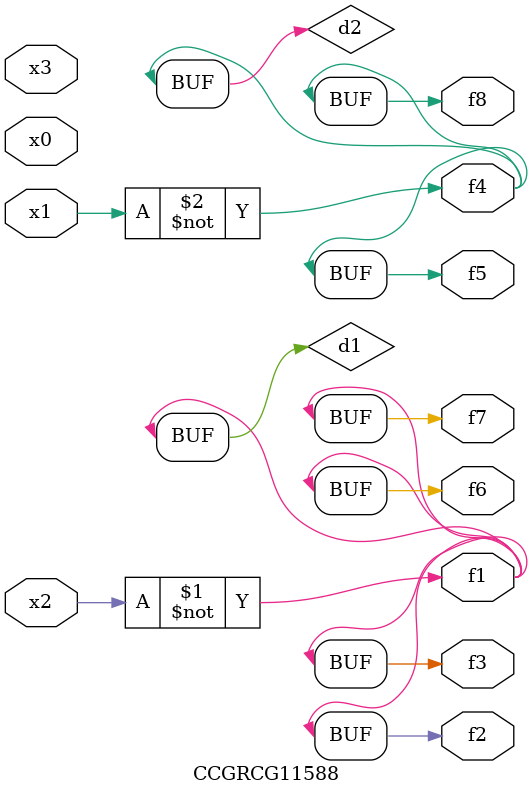
<source format=v>
module CCGRCG11588(
	input x0, x1, x2, x3,
	output f1, f2, f3, f4, f5, f6, f7, f8
);

	wire d1, d2;

	xnor (d1, x2);
	not (d2, x1);
	assign f1 = d1;
	assign f2 = d1;
	assign f3 = d1;
	assign f4 = d2;
	assign f5 = d2;
	assign f6 = d1;
	assign f7 = d1;
	assign f8 = d2;
endmodule

</source>
